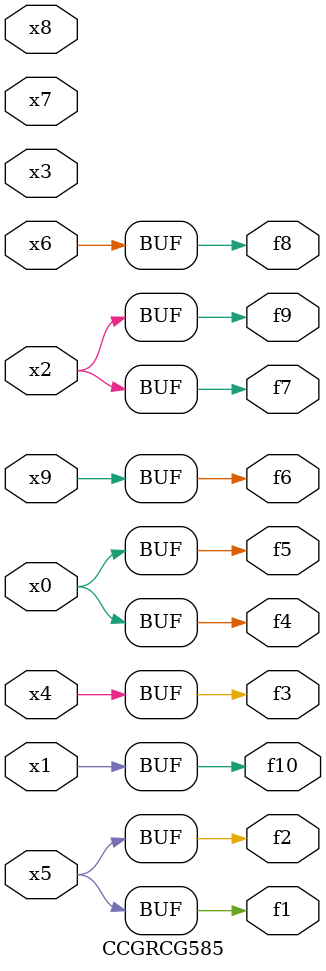
<source format=v>
module CCGRCG585(
	input x0, x1, x2, x3, x4, x5, x6, x7, x8, x9,
	output f1, f2, f3, f4, f5, f6, f7, f8, f9, f10
);
	assign f1 = x5;
	assign f2 = x5;
	assign f3 = x4;
	assign f4 = x0;
	assign f5 = x0;
	assign f6 = x9;
	assign f7 = x2;
	assign f8 = x6;
	assign f9 = x2;
	assign f10 = x1;
endmodule

</source>
